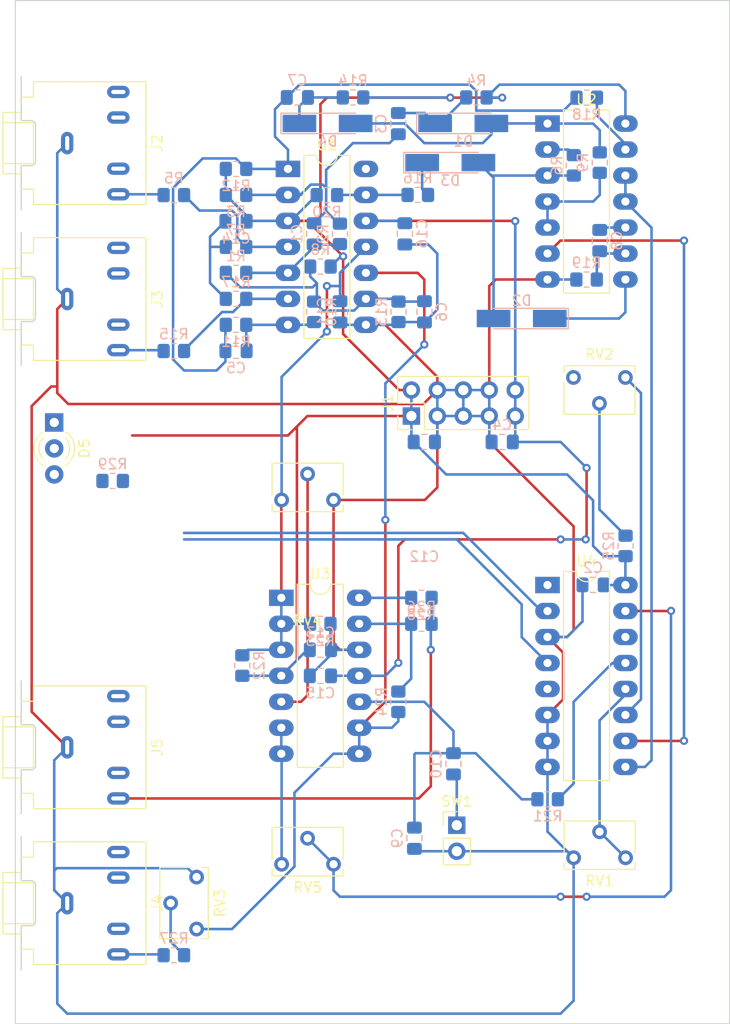
<source format=kicad_pcb>
(kicad_pcb (version 20211014) (generator pcbnew)
  (layers (0 "F.Cu" signal) (31 "B.Cu" signal) (34 "B.Paste" user) (35 "F.Paste" user) (36 "B.SilkS" user "B.Silkscreen") (37 "F.SilkS" user "F.Silkscreen") (38 "B.Mask" user) (39 "F.Mask" user) (44 "Edge.Cuts" user))
  (net 0 "")
  (net 1 "Net-(C1-Pad1)")
  (net 2 "Net-(C1-Pad2)")
  (net 3 "+12V")
  (net 4 "GND")
  (net 5 "Net-(C3-Pad1)")
  (net 6 "-12V")
  (net 7 "Net-(C5-Pad1)")
  (net 8 "Net-(C5-Pad2)")
  (net 9 "/+2v")
  (net 10 "Net-(C7-Pad1)")
  (net 11 "Net-(C8-Pad1)")
  (net 12 "Net-(C8-Pad2)")
  (net 13 "Net-(C10-Pad1)")
  (net 14 "Net-(C10-Pad2)")
  (net 15 "/+10")
  (net 16 "Net-(D1-Pad2)")
  (net 17 "Net-(D2-Pad1)")
  (net 18 "Net-(D2-Pad2)")
  (net 19 "Net-(D3-Pad1)")
  (net 20 "Net-(D5-Pad1)")
  (net 21 "Net-(D5-Pad2)")
  (net 22 "Net-(D5-Pad3)")
  (net 24 "Net-(J2-PadT)")
  (net 26 "Net-(J3-PadT)")
  (net 28 "Net-(J4-PadT)")
  (net 30 "Net-(J5-PadT)")
  (net 32 "Net-(R5-Pad1)")
  (net 33 "Net-(R6-Pad1)")
  (net 34 "Net-(R9-Pad2)")
  (net 35 "Net-(R15-Pad1)")
  (net 36 "Net-(R16-Pad2)")
  (net 37 "Net-(R18-Pad2)")
  (net 38 "Net-(R21-Pad2)")
  (net 39 "Net-(R24-Pad1)")
  (net 40 "Net-(R24-Pad2)")
  (net 41 "Net-(R25-Pad1)")
  (net 42 "Net-(R27-Pad1)")
  (net 43 "Net-(R28-Pad1)")
  (net 44 "Net-(RV1-Pad2)")
  (net 45 "Net-(RV2-Pad1)")
  (net 46 "Net-(RV4-Pad2)")
  (net 47 "Net-(RV5-Pad1)")
  (net 48 "Net-(RV5-Pad2)")
  (net 49 "/A")
  (net 50 "/X")
  (footprint "Connector_PinHeader_2.54mm:PinHeader_1x02_P2.54mm_Vertical" (layer "F.Cu") (at 163.83 94.615)
    (fp_text reference "SW1")
    (fp_text value "Slow/Fast")
  )
  (footprint "Connector_Audio:Jack_3.5mm_CUI_SJ1-3525N_Horizontal" (layer "F.Cu") (at 125.73 86.995 -90)
    (fp_text reference "J5")
    (fp_text value "~Out")
    (fp_line (start -2.2 4.5) (end -6.5 4.5) (layer "Edge.Cuts") (width 0.12))
    (fp_line (start 1.8 3.1) (end -1.8 3.1) (layer "Edge.Cuts") (width 0.12))
    (fp_line (start 2.2 3.5) (end 2.2 4.5) (layer "Edge.Cuts") (width 0.12))
    (fp_line (start 2.2 4.5) (end 6.5 4.5) (layer "Edge.Cuts") (width 0.12))
    (fp_line (start -2.2 3.5) (end -2.2 4.5) (layer "Edge.Cuts") (width 0.12))
    (fp_arc (start 1.8 3.1) (mid 2.082843 3.217157) (end 2.2 3.5) (layer "Edge.Cuts") (width 0.12))
    (fp_arc (start -2.2 3.5) (mid -2.082842 3.217158) (end -1.8 3.1) (layer "Edge.Cuts") (width 0.12))
  )
  (footprint "Potentiometer_THT:Potentiometer_Bourns_3266W_Vertical" (layer "F.Cu") (at 146.7 62.82 180)
    (fp_text reference "RV4")
    (fp_text value "S")
  )
  (footprint "Package_DIP:DIP-16_W7.62mm_LongPads" (layer "F.Cu") (at 172.705 71.135)
    (fp_text reference "U4")
    (fp_text value "4052")
  )
  (footprint "Package_DIP:DIP-14_W7.62mm_LongPads" (layer "F.Cu") (at 172.705 26.03)
    (fp_text reference "U2")
    (fp_text value "4069")
  )
  (footprint "LED_THT:LED_D3.0mm-3" (layer "F.Cu") (at 124.46 55.245 -90)
    (fp_text reference "D5")
    (fp_text value "A/DS")
  )
  (footprint "Connector_Audio:Jack_3.5mm_CUI_SJ1-3525N_Horizontal" (layer "F.Cu") (at 125.73 27.94 -90)
    (fp_text reference "J2")
    (fp_text value "Trig")
    (fp_line (start -2.2 3.5) (end -2.2 4.5) (layer "Edge.Cuts") (width 0.12))
    (fp_line (start 2.2 4.5) (end 6.5 4.5) (layer "Edge.Cuts") (width 0.12))
    (fp_line (start -2.2 4.5) (end -6.5 4.5) (layer "Edge.Cuts") (width 0.12))
    (fp_line (start 1.8 3.1) (end -1.8 3.1) (layer "Edge.Cuts") (width 0.12))
    (fp_line (start 2.2 3.5) (end 2.2 4.5) (layer "Edge.Cuts") (width 0.12))
    (fp_arc (start 1.8 3.1) (mid 2.082843 3.217157) (end 2.2 3.5) (layer "Edge.Cuts") (width 0.12))
    (fp_arc (start -2.2 3.5) (mid -2.082842 3.217158) (end -1.8 3.1) (layer "Edge.Cuts") (width 0.12))
  )
  (footprint "Potentiometer_THT:Potentiometer_Bourns_3266W_Vertical" (layer "F.Cu") (at 138.385 104.76 -90)
    (fp_text reference "RV3")
    (fp_text value "Out")
  )
  (footprint "Connector_PinHeader_2.54mm:PinHeader_2x05_P2.54mm_Vertical" (layer "F.Cu") (at 159.39 54.615 90)
    (fp_text reference "J1")
    (fp_text value "ModularPower")
  )
  (footprint "Connector_Audio:Jack_3.5mm_CUI_SJ1-3525N_Horizontal" (layer "F.Cu") (at 125.73 43.18 -90)
    (fp_text reference "J3")
    (fp_text value "Gate")
    (fp_line (start -2.2 4.5) (end -6.5 4.5) (layer "Edge.Cuts") (width 0.12))
    (fp_line (start -2.2 3.5) (end -2.2 4.5) (layer "Edge.Cuts") (width 0.12))
    (fp_line (start 2.2 3.5) (end 2.2 4.5) (layer "Edge.Cuts") (width 0.12))
    (fp_line (start 2.2 4.5) (end 6.5 4.5) (layer "Edge.Cuts") (width 0.12))
    (fp_line (start 1.8 3.1) (end -1.8 3.1) (layer "Edge.Cuts") (width 0.12))
    (fp_arc (start 1.8 3.1) (mid 2.082843 3.217157) (end 2.2 3.5) (layer "Edge.Cuts") (width 0.12))
    (fp_arc (start -2.2 3.5) (mid -2.082842 3.217158) (end -1.8 3.1) (layer "Edge.Cuts") (width 0.12))
  )
  (footprint "Potentiometer_THT:Potentiometer_Bourns_3266W_Vertical" (layer "F.Cu") (at 175.26 97.79 180)
    (fp_text reference "RV1")
    (fp_text value "R")
  )
  (footprint "Package_DIP:DIP-14_W7.62mm_LongPads" (layer "F.Cu") (at 147.32 30.46)
    (fp_text reference "U1")
    (fp_text value "LM2901")
  )
  (footprint "Package_DIP:DIP-14_W7.62mm_LongPads" (layer "F.Cu") (at 146.67 72.385)
    (fp_text reference "U3")
    (fp_text value "TL084")
  )
  (footprint "Potentiometer_THT:Potentiometer_Bourns_3266W_Vertical" (layer "F.Cu") (at 146.7 98.425 180)
    (fp_text reference "RV5")
    (fp_text value "D")
  )
  (footprint "Potentiometer_THT:Potentiometer_Bourns_3266W_Vertical" (layer "F.Cu") (at 180.325 50.845)
    (fp_text reference "RV2")
    (fp_text value "A")
  )
  (footprint "Connector_Audio:Jack_3.5mm_CUI_SJ1-3525N_Horizontal" (layer "F.Cu") (at 125.73 102.235 -90)
    (fp_text reference "J4")
    (fp_text value "Out")
    (fp_line (start -2.2 4.5) (end -6.5 4.5) (layer "Edge.Cuts") (width 0.12))
    (fp_line (start 2.2 3.5) (end 2.2 4.5) (layer "Edge.Cuts") (width 0.12))
    (fp_line (start 2.2 4.5) (end 6.5 4.5) (layer "Edge.Cuts") (width 0.12))
    (fp_line (start 1.8 3.1) (end -1.8 3.1) (layer "Edge.Cuts") (width 0.12))
    (fp_line (start -2.2 3.5) (end -2.2 4.5) (layer "Edge.Cuts") (width 0.12))
    (fp_arc (start 1.8 3.1) (mid 2.082843 3.217157) (end 2.2 3.5) (layer "Edge.Cuts") (width 0.12))
    (fp_arc (start -2.2 3.5) (mid -2.082842 3.217158) (end -1.8 3.1) (layer "Edge.Cuts") (width 0.12))
  )
  (footprint "Resistor_SMD:R_0805_2012Metric_Pad1.20x1.40mm_HandSolder" (layer "B.Cu") (at 158.115 82.545 -90)
    (fp_text reference "R24")
    (fp_text value "100k")
  )
  (footprint "Diode_SMD:D_MiniMELF_Handsoldering" (layer "B.Cu") (at 164.465 26.015)
    (fp_text reference "D1")
    (fp_text value "D")
  )
  (footprint "Capacitor_SMD:C_0805_2012Metric_Pad1.18x1.45mm_HandSolder" (layer "B.Cu") (at 163.5075 88.6125 -90)
    (fp_text reference "C10")
    (fp_text value "10,0")
  )
  (footprint "Resistor_SMD:R_0805_2012Metric_Pad1.20x1.40mm_HandSolder" (layer "B.Cu") (at 136.16 48.26 180)
    (fp_text reference "R15")
    (fp_text value "1k")
  )
  (footprint "Resistor_SMD:R_0805_2012Metric_Pad1.20x1.40mm_HandSolder" (layer "B.Cu") (at 152.4 36.81 -90)
    (fp_text reference "R2")
    (fp_text value "1m")
  )
  (footprint "Capacitor_SMD:C_0805_2012Metric_Pad1.18x1.45mm_HandSolder" (layer "B.Cu") (at 159.6875 95.885 -90)
    (fp_text reference "C9")
    (fp_text value "1,0")
  )
  (footprint "Diode_SMD:D_MiniMELF_Handsoldering" (layer "B.Cu") (at 163.195 29.845)
    (fp_text reference "D3")
    (fp_text value "D")
  )
  (footprint "Capacitor_SMD:C_0805_2012Metric_Pad1.18x1.45mm_HandSolder" (layer "B.Cu") (at 149.875 36.81 -90)
    (fp_text reference "C1")
    (fp_text value "100")
  )
  (footprint "Resistor_SMD:R_0805_2012Metric_Pad1.20x1.40mm_HandSolder" (layer "B.Cu") (at 158.13 44.43 -90)
    (fp_text reference "R13")
    (fp_text value "2k")
  )
  (footprint "Resistor_SMD:R_0805_2012Metric_Pad1.20x1.40mm_HandSolder" (layer "B.Cu") (at 136.16 107.315 180)
    (fp_text reference "R27")
    (fp_text value "1k")
  )
  (footprint "Resistor_SMD:R_0805_2012Metric_Pad1.20x1.40mm_HandSolder" (layer "B.Cu") (at 160.02 33 180)
    (fp_text reference "R16")
    (fp_text value "5k1")
  )
  (footprint "Capacitor_SMD:C_0805_2012Metric_Pad1.18x1.45mm_HandSolder" (layer "B.Cu") (at 158.75 36.81 90)
    (fp_text reference "C16")
    (fp_text value "0,1")
  )
  (footprint "Resistor_SMD:R_0805_2012Metric_Pad1.20x1.40mm_HandSolder" (layer "B.Cu") (at 130.175 60.96 180)
    (fp_text reference "R29")
    (fp_text value "10k")
  )
  (footprint "Capacitor_SMD:C_0805_2012Metric_Pad1.18x1.45mm_HandSolder" (layer "B.Cu") (at 150.495 77.465 180)
    (fp_text reference "C13")
    (fp_text value "0,1")
  )
  (footprint "Resistor_SMD:R_0805_2012Metric_Pad1.20x1.40mm_HandSolder" (layer "B.Cu") (at 142.24 40.62 180)
    (fp_text reference "R1")
    (fp_text value "20k")
  )
  (footprint "Resistor_SMD:R_0805_2012Metric_Pad1.20x1.40mm_HandSolder" (layer "B.Cu") (at 153.685 23.475 180)
    (fp_text reference "R14")
    (fp_text value "100k")
  )
  (footprint "Resistor_SMD:R_0805_2012Metric_Pad1.20x1.40mm_HandSolder" (layer "B.Cu") (at 136.16 33.02 180)
    (fp_text reference "R5")
    (fp_text value "1k")
  )
  (footprint "Resistor_SMD:R_0805_2012Metric_Pad1.20x1.40mm_HandSolder" (layer "B.Cu") (at 177.815 29.845 -90)
    (fp_text reference "R9")
    (fp_text value "1m")
  )
  (footprint "Resistor_SMD:R_0805_2012Metric_Pad1.20x1.40mm_HandSolder" (layer "B.Cu") (at 150.495 40.005 180)
    (fp_text reference "R8")
    (fp_text value "10k")
  )
  (footprint "Resistor_SMD:R_0805_2012Metric_Pad1.20x1.40mm_HandSolder" (layer "B.Cu") (at 172.72 92.075)
    (fp_text reference "R21")
    (fp_text value "100")
  )
  (footprint "Resistor_SMD:R_0805_2012Metric_Pad1.20x1.40mm_HandSolder" (layer "B.Cu") (at 150.48 74.925)
    (fp_text reference "R23")
    (fp_text value "10k")
  )
  (footprint "Resistor_SMD:R_0805_2012Metric_Pad1.20x1.40mm_HandSolder" (layer "B.Cu") (at 142.24 43.16 180)
    (fp_text reference "R17")
    (fp_text value "100k")
  )
  (footprint "Resistor_SMD:R_0805_2012Metric_Pad1.20x1.40mm_HandSolder" (layer "B.Cu") (at 142.855 79.005 90)
    (fp_text reference "R22")
    (fp_text value "2k")
  )
  (footprint "Resistor_SMD:R_0805_2012Metric_Pad1.20x1.40mm_HandSolder" (layer "B.Cu") (at 142.24 33)
    (fp_text reference "R3")
    (fp_text value "10k")
  )
  (footprint "Capacitor_SMD:C_0805_2012Metric_Pad1.18x1.45mm_HandSolder" (layer "B.Cu") (at 148.24 23.475 180)
    (fp_text reference "C7")
    (fp_text value "0,01")
  )
  (footprint "Resistor_SMD:R_0805_2012Metric_Pad1.20x1.40mm_HandSolder" (layer "B.Cu") (at 160.37 72.385)
    (fp_text reference "R28")
    (fp_text value "1k")
  )
  (footprint "Diode_SMD:D_MiniMELF_Handsoldering" (layer "B.Cu") (at 151.19 26.015)
    (fp_text reference "D4")
    (fp_text value "D")
  )
  (footprint "Resistor_SMD:R_0805_2012Metric_Pad1.20x1.40mm_HandSolder" (layer "B.Cu") (at 175.275 30.115 -90)
    (fp_text reference "R6")
    (fp_text value "1m")
  )
  (footprint "Capacitor_SMD:C_0805_2012Metric_Pad1.18x1.45mm_HandSolder" (layer "B.Cu") (at 160.67 44.43 90)
    (fp_text reference "C6")
    (fp_text value "1,0")
  )
  (footprint "Resistor_SMD:R_0805_2012Metric_Pad1.20x1.40mm_HandSolder" (layer "B.Cu") (at 149.875 44.43 90)
    (fp_text reference "R10")
    (fp_text value "20k")
  )
  (footprint "Capacitor_SMD:C_0805_2012Metric_Pad1.18x1.45mm_HandSolder" (layer "B.Cu") (at 158.115 26.035 -90)
    (fp_text reference "C3")
    (fp_text value "0,1")
  )
  (footprint "Capacitor_SMD:C_0805_2012Metric_Pad1.18x1.45mm_HandSolder" (layer "B.Cu") (at 142.24 48.24)
    (fp_text reference "C5")
    (fp_text value "100")
  )
  (footprint "Resistor_SMD:R_0805_2012Metric_Pad1.20x1.40mm_HandSolder" (layer "B.Cu") (at 142.24 30.46)
    (fp_text reference "R12")
    (fp_text value "10k")
  )
  (footprint "Capacitor_SMD:C_0805_2012Metric_Pad1.18x1.45mm_HandSolder" (layer "B.Cu") (at 168.275 57.15 180)
    (fp_text reference "C4")
    (fp_text value "0,1")
  )
  (footprint "Resistor_SMD:R_0805_2012Metric_Pad1.20x1.40mm_HandSolder" (layer "B.Cu") (at 176.545 23.495)
    (fp_text reference "R18")
    (fp_text value "5k1")
  )
  (footprint "Capacitor_SMD:C_0805_2012Metric_Pad1.18x1.45mm_HandSolder" (layer "B.Cu") (at 177.165 71.12 180)
    (fp_text reference "C2")
    (fp_text value "0,1")
  )
  (footprint "Capacitor_SMD:C_0805_2012Metric_Pad1.18x1.45mm_HandSolder" (layer "B.Cu") (at 160.655 57.15)
    (fp_text reference "C12")
    (fp_text value "0,1")
  )
  (footprint "Resistor_SMD:R_0805_2012Metric_Pad1.20x1.40mm_HandSolder" (layer "B.Cu") (at 160.37 74.925 180)
    (fp_text reference "R26")
    (fp_text value "100k")
  )
  (footprint "Capacitor_SMD:C_0805_2012Metric_Pad1.18x1.45mm_HandSolder" (layer "B.Cu") (at 152.415 44.43 -90)
    (fp_text reference "C11")
    (fp_text value "1,0")
  )
  (footprint "Diode_SMD:D_MiniMELF_Handsoldering" (layer "B.Cu") (at 170.18 45.085 180)
    (fp_text reference "D2")
    (fp_text value "D")
  )
  (footprint "Resistor_SMD:R_0805_2012Metric_Pad1.20x1.40mm_HandSolder" (layer "B.Cu") (at 142.24 45.7)
    (fp_text reference "R11")
    (fp_text value "1m")
  )
  (footprint "Resistor_SMD:R_0805_2012Metric_Pad1.20x1.40mm_HandSolder" (layer "B.Cu") (at 151.13 33.02)
    (fp_text reference "R20")
    (fp_text value "10k")
  )
  (footprint "Resistor_SMD:R_0805_2012Metric_Pad1.20x1.40mm_HandSolder" (layer "B.Cu") (at 165.75 23.475 180)
    (fp_text reference "R4")
    (fp_text value "100k")
  )
  (footprint "Capacitor_SMD:C_0805_2012Metric_Pad1.18x1.45mm_HandSolder" (layer "B.Cu") (at 177.815 37.465 90)
    (fp_text reference "C8")
    (fp_text value "0,01")
  )
  (footprint "Resistor_SMD:R_0805_2012Metric_Pad1.20x1.40mm_HandSolder" (layer "B.Cu") (at 142.24 38.08 180)
    (fp_text reference "R7")
    (fp_text value "100k")
  )
  (footprint "Resistor_SMD:R_0805_2012Metric_Pad1.20x1.40mm_HandSolder" (layer "B.Cu") (at 180.34 67.31 -90)
    (fp_text reference "R25")
    (fp_text value "100")
  )
  (footprint "Resistor_SMD:R_0805_2012Metric_Pad1.20x1.40mm_HandSolder" (layer "B.Cu") (at 176.53 41.275 180)
    (fp_text reference "R19")
    (fp_text value "100k")
  )
  (footprint "Capacitor_SMD:C_0805_2012Metric_Pad1.18x1.45mm_HandSolder" (layer "B.Cu") (at 150.495 80.01)
    (fp_text reference "C15")
    (fp_text value "0,1")
  )
  (footprint "Capacitor_SMD:C_0805_2012Metric_Pad1.18x1.45mm_HandSolder" (layer "B.Cu") (at 142.24 35.58)
    (fp_text reference "C14")
    (fp_text value "0,1")
  )
  (gr_rect (start 120.65 14) (end 190.515 114) (layer "Edge.Cuts") (width 0.1) (fill none))
  (segment (start 148.61 32.926827) (end 149.541827 31.995) (width 0.25) (layer "B.Cu") (net 1))
  (segment (start 148.61 33) (end 148.61 32.926827) (width 0.25) (layer "B.Cu") (net 1))
  (segment (start 157.2475 27.94) (end 158.115 27.0725) (width 0.25) (layer "B.Cu") (net 1))
  (segment (start 152.4 35.81) (end 152.2725 35.81) (width 0.25) (layer "B.Cu") (net 1))
  (segment (start 151.055 32.331827) (end 151.055 34.5925) (width 0.25) (layer "B.Cu") (net 1))
  (segment (start 152.2725 35.81) (end 151.055 34.5925) (width 0.25) (layer "B.Cu") (net 1))
  (segment (start 151.055 32.331827) (end 151.055 30.555) (width 0.25) (layer "B.Cu") (net 1))
  (segment (start 149.541827 31.995) (end 150.718173 31.995) (width 0.25) (layer "B.Cu") (net 1))
  (segment (start 147.32 33) (end 148.61 33) (width 0.25) (layer "B.Cu") (net 1))
  (segment (start 151.055 34.5925) (end 149.875 35.7725) (width 0.25) (layer "B.Cu") (net 1))
  (segment (start 153.67 27.94) (end 157.2475 27.94) (width 0.25) (layer "B.Cu") (net 1))
  (segment (start 143.24 33) (end 147.32 33) (width 0.25) (layer "B.Cu") (net 1))
  (segment (start 150.718173 31.995) (end 151.055 32.331827) (width 0.25) (layer "B.Cu") (net 1))
  (segment (start 151.055 30.555) (end 153.67 27.94) (width 0.25) (layer "B.Cu") (net 1))
  (segment (start 147.32 40.62) (end 149.875 38.065) (width 0.25) (layer "B.Cu") (net 2))
  (segment (start 152.3625 37.8475) (end 152.4 37.81) (width 0.25) (layer "B.Cu") (net 2))
  (segment (start 149.875 38.065) (end 149.875 37.8475) (width 0.25) (layer "B.Cu") (net 2))
  (segment (start 147.32 40.62) (end 143.24 40.62) (width 0.25) (layer "B.Cu") (net 2))
  (segment (start 149.875 37.8475) (end 152.3625 37.8475) (width 0.25) (layer "B.Cu") (net 2))
  (segment (start 149.24445 35.54) (end 152.71395 39.0095) (width 0.25) (layer "F.Cu") (net 3))
  (segment (start 158.187919 52.075) (end 152.71395 46.601031) (width 0.25) (layer "F.Cu") (net 3))
  (segment (start 147.32 35.54) (end 149.88 35.54) (width 0.25) (layer "F.Cu") (net 3))
  (segment (start 149.88 35.54) (end 150.495 34.925) (width 0.25) (layer "F.Cu") (net 3))
  (segment (start 159.39 52.075) (end 158.187919 52.075) (width 0.25) (layer "F.Cu") (net 3))
  (segment (start 146.67 80.005) (end 148.195 78.48) (width 0.25) (layer "F.Cu") (net 3))
  (segment (start 151.13 23.495) (end 163.195 23.495) (width 0.25) (layer "F.Cu") (net 3))
  (segment (start 163.195 23.495) (end 168.275 23.495) (width 0.25) (layer "F.Cu") (net 3))
  (segment (start 149.22 54.615) (end 159.39 54.615) (width 0.25) (layer "F.Cu") (net 3))
  (segment (start 152.71395 46.601031) (end 152.71395 39.0095) (width 0.25) (layer "F.Cu") (net 3))
  (segment (start 148.195 55.64) (end 147.32 56.515) (width 0.25) (layer "F.Cu") (net 3))
  (segment (start 150.495 34.925) (end 150.495 24.13) (width 0.25) (layer "F.Cu") (net 3))
  (segment (start 147.32 35.54) (end 149.24445 35.54) (width 0.25) (layer "F.Cu") (net 3))
  (segment (start 148.195 55.64) (end 149.22 54.615) (width 0.25) (layer "F.Cu") (net 3))
  (segment (start 147.32 56.515) (end 132.08 56.515) (width 0.25) (layer "F.Cu") (net 3))
  (segment (start 150.495 24.13) (end 151.13 23.495) (width 0.25) (layer "F.Cu") (net 3))
  (segment (start 148.195 78.48) (end 148.195 55.64) (width 0.25) (layer "F.Cu") (net 3))
  (via (at 163.195 23.495) (size 0.8) (drill 0.4) (layers "F.Cu" "B.Cu") (net 3))
  (via (at 168.275 23.495) (size 0.8) (drill 0.4) (layers "F.Cu" "B.Cu") (net 3))
  (via (at 152.71395 39.0095) (size 0.8) (drill 0.4) (layers "F.Cu" "B.Cu") (net 3))
  (segment (start 174.625 60.325) (end 177.165 62.865) (width 0.25) (layer "B.Cu") (net 3))
  (segment (start 141.24 30.46) (end 141.24 33) (width 0.25) (layer "B.Cu") (net 3))
  (segment (start 180.325 22.845) (end 180.325 26.03) (width 0.25) (layer "B.Cu") (net 3))
  (segment (start 177.165 62.865) (end 177.165 67.31) (width 0.25) (layer "B.Cu") (net 3))
  (segment (start 159.39 56.9225) (end 159.6175 57.15) (width 0.25) (layer "B.Cu") (net 3))
  (segment (start 180.325 71.135) (end 178.2175 71.135) (width 0.25) (layer "B.Cu") (net 3))
  (segment (start 147.61 35.54) (end 150.13 33.02) (width 0.25) (layer "B.Cu") (net 3))
  (segment (start 141.24 33) (end 143.2775 35.0375) (width 0.25) (layer "B.Cu") (net 3))
  (segment (start 166.75 23.475) (end 168 22.225) (width 0.25) (layer "B.Cu") (net 3))
  (segment (start 163.175 23.475) (end 163.195 23.495) (width 0.25) (layer "B.Cu") (net 3))
  (segment (start 178.2175 71.135) (end 178.2025 71.12) (width 0.25) (layer "B.Cu") (net 3))
  (segment (start 178.165 68.31) (end 177.165 67.31) (width 0.25) (layer "B.Cu") (net 3))
  (segment (start 159.6175 57.15) (end 162.7925 60.325) (width 0.25) (layer "B.Cu") (net 3))
  (segment (start 162.7925 60.325) (end 174.625 60.325) (width 0.25) (layer "B.Cu") (net 3))
  (segment (start 168 22.225) (end 179.705 22.225) (width 0.25) (layer "B.Cu") (net 3))
  (segment (start 168.275 23.495) (end 166.77 23.495) (width 0.25) (layer "B.Cu") (net 3))
  (segment (start 146.67 80.005) (end 149.21 77.465) (width 0.25) (layer "B.Cu") (net 3))
  (segment (start 179.705 22.225) (end 180.325 22.845) (width 0.25) (layer "B.Cu") (net 3))
  (segment (start 154.685 23.475) (end 163.175 23.475) (width 0.25) (layer "B.Cu") (net 3))
  (segment (start 143.2775 35.0375) (end 143.2775 35.58) (width 0.25) (layer "B.Cu") (net 3))
  (segment (start 166.77 23.495) (end 166.75 23.475) (width 0.25) (layer "B.Cu") (net 3))
  (segment (start 180.34 68.31) (end 178.165 68.31) (width 0.25) (layer "B.Cu") (net 3))
  (segment (start 146.67 80.005) (end 142.855 80.005) (width 0.25) (layer "B.Cu") (net 3))
  (segment (start 180.325 71.135) (end 180.325 68.325) (width 0.25) (layer "B.Cu") (net 3))
  (segment (start 152.71395 39.0095) (end 152.4905 39.0095) (width 0.25) (layer "B.Cu") (net 3))
  (segment (start 159.39 54.615) (end 159.39 56.9225) (width 0.25) (layer "B.Cu") (net 3))
  (segment (start 149.21 77.465) (end 149.4575 77.465) (width 0.25) (layer "B.Cu") (net 3))
  (segment (start 159.39 54.615) (end 159.39 52.075) (width 0.25) (layer "B.Cu") (net 3))
  (segment (start 180.325 68.325) (end 180.34 68.31) (width 0.25) (layer "B.Cu") (net 3))
  (segment (start 152.4905 39.0095) (end 151.495 40.005) (width 0.25) (layer "B.Cu") (net 3))
  (segment (start 147.32 35.54) (end 143.3175 35.54) (width 0.25) (layer "B.Cu") (net 3))
  (segment (start 147.32 35.54) (end 147.61 35.54) (width 0.25) (layer "B.Cu") (net 3))
  (segment (start 143.3175 35.54) (end 143.2775 35.58) (width 0.25) (layer "B.Cu") (net 3))
  (segment (start 167.01 52.075) (end 167.01 41.905) (width 0.25) (layer "F.Cu") (net 4))
  (segment (start 125.83 53.44) (end 124.754999 52.364999) (width 0.25) (layer "F.Cu") (net 4))
  (segment (start 161.93 50.805) (end 156.825 45.7) (width 0.25) (layer "F.Cu") (net 4))
  (segment (start 125.73 86.995) (end 122.254999 83.519999) (width 0.25) (layer "F.Cu") (net 4))
  (segment (start 174.23 77.74) (end 172.705 76.215) (width 0.25) (layer "F.Cu") (net 4))
  (segment (start 167.01 41.905) (end 167.645 41.27) (width 0.25) (layer "F.Cu") (net 4))
  (segment (start 175.26 65.405) (end 167.005 57.15) (width 0.25) (layer "F.Cu") (net 4))
  (segment (start 151.78 76.85) (end 152.395 77.465) (width 0.25) (layer "F.Cu") (net 4))
  (segment (start 151.78 62.82) (end 160.7 62.82) (width 0.25) (layer "F.Cu") (net 4))
  (segment (start 167.645 41.27) (end 172.705 41.27) (width 0.25) (layer "F.Cu") (net 4))
  (segment (start 167.01 57.145) (end 167.01 54.615) (width 0.25) (layer "F.Cu") (net 4))
  (segment (start 124.165001 51.729999) (end 124.754999 51.729999) (width 0.25) (layer "F.Cu") (net 4))
  (segment (start 151.78 62.82) (end 151.78 76.85) (width 0.25) (layer "F.Cu") (net 4))
  (segment (start 175.26 75.565) (end 175.26 65.405) (width 0.25) (layer "F.Cu") (net 4))
  (segment (start 172.705 76.215) (end 174.61 76.215) (width 0.25) (layer "F.Cu") (net 4))
  (segment (start 161.93 52.075) (end 160.565 53.44) (width 0.25) (layer "F.Cu") (net 4))
  (segment (start 124.754999 44.155001) (end 125.73 43.18) (width 0.25) (layer "F.Cu") (net 4))
  (segment (start 161.93 52.075) (end 161.93 50.805) (width 0.25) (layer "F.Cu") (net 4))
  (segment (start 122.254999 53.640001) (end 124.165001 51.729999) (width 0.25) (layer "F.Cu") (net 4))
  (segment (start 152.395 77.465) (end 154.29 77.465) (width 0.25) (layer "F.Cu") (net 4))
  (segment (start 172.705 83.835) (end 174.23 82.31) (width 0.25) (layer "F.Cu") (net 4))
  (segment (start 122.254999 83.519999) (end 122.254999 53.640001) (width 0.25) (layer "F.Cu") (net 4))
  (segment (start 167.005 57.15) (end 167.01 57.145) (width 0.25) (layer "F.Cu") (net 4))
  (segment (start 160.7 62.82) (end 161.93 61.59) (width 0.25) (layer "F.Cu") (net 4))
  (segment (start 124.754999 52.364999) (end 124.754999 51.729999) (width 0.25) (layer "F.Cu") (net 4))
  (segment (start 174.61 76.215) (end 175.26 75.565) (width 0.25) (layer "F.Cu") (net 4))
  (segment (start 156.825 45.7) (end 154.94 45.7) (width 0.25) (layer "F.Cu") (net 4))
  (segment (start 124.754999 51.729999) (end 124.754999 44.155001) (width 0.25) (layer "F.Cu") (net 4))
  (segment (start 174.23 82.31) (end 174.23 77.74) (width 0.25) (layer "F.Cu") (net 4))
  (segment (start 160.565 53.44) (end 125.83 53.44) (width 0.25) (layer "F.Cu") (net 4))
  (segment (start 161.93 61.59) (end 161.93 54.615) (width 0.25) (layer "F.Cu") (net 4))
  (segment (start 167.2375 57.15) (end 167.01 56.9225) (width 0.25) (layer "B.Cu") (net 4))
  (segment (start 149.4575 80.01) (end 151.5325 77.935) (width 0.25) (layer "B.Cu") (net 4))
  (segment (start 172.705 86.375) (end 172.705 88.915) (width 0.25) (layer "B.Cu") (net 4))
  (segment (start 157.86 45.7) (end 158.13 45.43) (width 0.25) (layer "B.Cu") (net 4))
  (segment (start 163.83 97.155) (end 159.92 97.155) (width 0.25) (layer "B.Cu") (net 4))
  (segment (start 176.1275 71.12) (end 176.1275 74.6975) (width 0.25) (layer "B.Cu") (net 4))
  (segment (start 174.61 76.215) (end 172.705 76.215) (width 0.25) (layer "B.Cu") (net 4))
  (segment (start 167.01 52.075) (end 167.01 54.615) (width 0.25) (layer "B.Cu") (net 4))
  (segment (start 167.01 54.615) (end 164.47 54.615) (width 0.25) (layer "B.Cu") (net 4))
  (segment (start 158.13 45.43) (end 160.6325 45.43) (width 0.25) (layer "B.Cu") (net 4))
  (segment (start 161.93 52.075) (end 164.47 52.075) (width 0.25) (layer "B.Cu") (net 4))
  (segment (start 154.29 77.465) (end 151.5325 77.465) (width 0.25) (layer "B.Cu") (net 4))
  (segment (start 175.26 97.79) (end 175.26 111.76) (width 0.25) (layer "B.Cu") (net 4))
  (segment (start 172.705 95.235) (end 175.26 97.79) (width 0.25) (layer "B.Cu") (net 4))
  (segment (start 139.7 37.0825) (end 141.2025 35.58) (width 0.25) (layer "B.Cu") (net 4))
  (segment (start 159.92 97.155) (end 159.6875 96.9225) (width 0.25) (layer "B.Cu") (net 4))
  (segment (start 125.73 113.03) (end 124.754999 112.054999) (width 0.25) (layer "B.Cu") (net 4))
  (segment (start 137.515 98.81) (end 124.71 98.81) (width 0.25) (layer "B.Cu") (net 4))
  (segment (start 124.46 88.265) (end 125.73 86.995) (width 0.25) (layer "B.Cu") (net 4))
  (segment (start 175.26 111.76) (end 173.99 113.03) (width 0.25) (layer "B.Cu") (net 4))
  (segment (start 151.48 74.925) (end 151.48 77.4125) (width 0.25) (layer "B.Cu") (net 4))
  (segment (start 154.94 45.7) (end 157.86 45.7) (width 0.25) (layer "B.Cu") (net 4))
  (segment (start 160.67 45.4675) (end 161.925 44.2125) (width 0.25) (layer "B.Cu") (net 4))
  (segment (start 151.48 77.4125) (end 151.5325 77.465) (width 0.25) (layer "B.Cu") (net 4))
  (segment (start 125.73 102.235) (end 124.46 100.965) (width 0.25) (layer "B.Cu") (net 4))
  (segment (start 163.83 97.155) (end 174.625 97.155) (width 0.25) (layer "B.Cu") (net 4))
  (segment (start 161.93 54.615) (end 164.47 54.615) (width 0.25) (layer "B.Cu") (net 4))
  (segment (start 154.94 45.7) (end 152.6475 45.7) (width 0.25) (layer "B.Cu") (net 4))
  (segment (start 141.24 43.16) (end 139.7 41.62) (width 0.25) (layer "B.Cu") (net 4))
  (segment (start 139.72 38.08) (end 139.7 38.1) (width 0.25) (layer "B.Cu") (net 4))
  (segment (start 138.385 99.68) (end 137.515 98.81) (width 0.25) (layer "B.Cu") (net 4))
  (segment (start 173.99 113.03) (end 125.73 113.03) (width 0.25) (layer "B.Cu") (net 4))
  (segment (start 161.93 54.615) (end 161.93 52.075) (width 0.25) (layer "B.Cu") (net 4))
  (segment (start 164.47 52.075) (end 164.47 54.615) (width 0.25) (layer "B.Cu") (net 4))
  (segment (start 161.93 56.9125) (end 161.6925 57.15) (width 0.25) (layer "B.Cu") (net 4))
  (segment (start 124.754999 42.204999) (end 124.754999 28.915001) (width 0.25) (layer "B.Cu") (net 4))
  (segment (start 175.525 41.27) (end 175.53 41.275) (width 0.25) (layer "B.Cu") (net 4))
  (segment (start 141.24 38.08) (end 139.72 38.08) (width 0.25) (layer "B.Cu") (net 4))
  (segment (start 124.754999 112.054999) (end 124.754999 103.210001) (width 0.25) (layer "B.Cu") (net 4))
  (segment (start 172.705 83.835) (end 172.705 86.375) (width 0.25) (layer "B.Cu") (net 4))
  (segment (start 174.625 97.155) (end 175.26 97.79) (width 0.25) (layer "B.Cu") (net 4))
  (segment (start 139.7 41.62) (end 139.7 38.1) (width 0.25) (layer "B.Cu") (net 4))
  (segment (start 124.754999 28.915001) (end 125.73 27.94) (width 0.25) (layer "B.Cu") (net 4))
  (segment (start 152.6475 45.7) (end 152.415 45.4675) (width 0.25) (layer "B.Cu") (net 4))
  (segment (start 125.73 43.18) (end 124.754999 42.204999) (width 0.25) (layer "B.Cu") (net 4))
  (segment (start 124.46 100.965) (end 124.46 88.265) (width 0.25) (layer "B.Cu") (net 4))
  (segment (start 161.925 38.735) (end 161.0375 37.8475) (width 0.25) (layer "B.Cu") (net 4))
  (segment (start 167.01 52.075) (end 164.47 52.075) (width 0.25) (layer "B.Cu") (net 4))
  (segment (start 151.5325 77.935) (end 151.5325 77.465) (width 0.25) (layer "B.Cu") (net 4))
  (segment (start 176.1275 74.6975) (end 174.61 76.215) (width 0.25) (layer "B.Cu") (net 4))
  (segment (start 172.705 41.27) (end 175.525 41.27) (width 0.25) (layer "B.Cu") (net 4))
  (segment (start 124.71 98.81) (end 124.46 99.06) (width 0.25) (layer "B.Cu") (net 4))
  (segment (start 160.6325 45.43) (end 160.67 45.4675) (width 0.25) (layer "B.Cu") (net 4))
  (segment (start 161.925 44.2125) (end 161.925 38.735) (width 0.25) (layer "B.Cu") (net 4))
  (segment (start 124.754999 103.210001) (end 125.73 102.235) (width 0.25) (layer "B.Cu") (net 4))
  (segment (start 172.705 88.915) (end 172.705 95.235) (width 0.25) (layer "B.Cu") (net 4))
  (segment (start 167.01 56.9225) (end 167.01 54.615) (width 0.25) (layer "B.Cu") (net 4))
  (segment (start 161.93 54.615) (end 161.93 56.9125) (width 0.25) (layer "B.Cu") (net 4))
  (segment (start 161.0375 37.8475) (end 158.75 37.8475) (width 0.25) (layer "B.Cu") (net 4))
  (segment (start 139.7 38.1) (end 139.7 37.0825) (width 0.25) (layer "B.Cu") (net 4))
  (segment (start 164.75 23.475) (end 162.21 26.015) (width 0.25) (layer "B.Cu") (net 5))
  (segment (start 158.115 24.9975) (end 160.6975 24.9975) (width 0.25) (layer "B.Cu") (net 5))
  (segment (start 160.6975 24.9975) (end 161.715 26.015) (width 0.25) (layer "B.Cu") (net 5))
  (segment (start 162.21 26.015) (end 161.715 26.015) (width 0.25) (layer "B.Cu") (net 5))
  (segment (start 158.75 66.675) (end 173.99 66.675) (width 0.25) (layer "F.Cu") (net 6))
  (segment (start 158.115 67.31) (end 158.75 66.675) (width 0.25) (layer "F.Cu") (net 6))
  (segment (start 169.545 35.56) (end 169.525 35.54) (width 0.25) (layer "F.Cu") (net 6))
  (segment (start 176.53 66.5855) (end 176.4405 66.675) (width 0.25) (layer "F.Cu") (net 6))
  (segment (start 176.53 59.69) (end 176.53 66.5855) (width 0.25) (layer "F.Cu") (net 6))
  (segment (start 169.525 35.54) (end 154.94 35.54) (width 0.25) (layer "F.Cu") (net 6))
  (segment (start 158.115 78.74) (end 158.115 67.31) (width 0.25) (layer "F.Cu") (net 6))
  (via (at 176.53 59.69) (size 0.8) (drill 0.4) (layers "F.Cu" "B.Cu") (net 6))
  (via (at 158.115 78.74) (size 0.8) (drill 0.4) (layers "F.Cu" "B.Cu") (net 6))
  (via (at 169.545 35.56) (size 0.8) (drill 0.4) (layers "F.Cu" "B.Cu") (net 6))
  (via (at 173.99 66.675) (size 0.8) (drill 0.4) (layers "F.Cu" "B.Cu") (net 6))
  (via (at 176.4405 66.675) (size 0.8) (drill 0.4) (layers "F.Cu" "B.Cu") (net 6))
  (segment (start 169.55 52.075) (end 169.55 35.565) (width 0.25) (layer "B.Cu") (net 6))
  (segment (start 169.55 56.9125) (end 169.3125 57.15) (width 0.25) (layer "B.Cu") (net 6))
  (segment (start 154.94 35.54) (end 158.5175 35.54) (width 0.25) (layer "B.Cu") (net 6))
  (segment (start 158.5175 35.54) (end 158.75 35.7725) (width 0.25) (layer "B.Cu") (net 6))
  (segment (start 169.3125 57.15) (end 173.99 57.15) (width 0.25) (layer "B.Cu") (net 6))
  (segment (start 154.29 80.005) (end 156.85 80.005) (width 0.25) (layer "B.Cu") (net 6))
  (segment (start 173.99 57.15) (end 176.53 59.69) (width 0.25) (layer "B.Cu") (net 6))
  (segment (start 151.5325 80.01) (end 151.5375 80.005) (width 0.25) (layer "B.Cu") (net 6))
  (segment (start 169.55 52.075) (end 169.55 54.615) (width 0.25) (layer "B.Cu") (net 6))
  (segment (start 156.85 80.005) (end 158.115 78.74) (width 0.25) (layer "B.Cu") (net 6))
  (segment (start 169.55 35.565) (end 169.545 35.56) (width 0.25) (layer "B.Cu") (net 6))
  (segment (start 169.55 54.615) (end 169.55 56.9125) (width 0.25) (layer "B.Cu") (net 6))
  (segment (start 173.99 66.675) (end 176.53 66.675) (width 0.25) (layer "B.Cu") (net 6))
  (segment (start 151.5375 80.005) (end 154.29 80.005) (width 0.25) (layer "B.Cu") (net 6))
  (segment (start 146.05 24.6275) (end 147.2025 23.475) (width 0.25) (layer "B.Cu") (net 7))
  (segment (start 136.085 32.331827) (end 136.085 49.09) (width 0.25) (layer "B.Cu") (net 7))
  (segment (start 143.24 30.46) (end 142.215 29.435) (width 0.25) (layer "B.Cu") (net 7))
  (segment (start 165.735 22.846827) (end 165.735 24.765) (width 0.25) (layer "B.Cu") (net 7))
  (segment (start 148.4525 22.225) (end 165.113173 22.225) (width 0.25) (layer "B.Cu") (net 7))
  (segment (start 147.32 28.575) (end 146.05 27.305) (width 0.25) (layer "B.Cu") (net 7))
  (segment (start 141.2025 45.7375) (end 141.24 45.7) (width 0.25) (layer "B.Cu") (net 7))
  (segment (start 141.2025 49.2975) (end 141.2025 48.24) (width 0.25) (layer "B.Cu") (net 7))
  (segment (start 165.735 24.765) (end 174.275 24.765) (width 0.25) (layer "B.Cu") (net 7))
  (segment (start 142.215 29.435) (end 138.981827 29.435) (width 0.25) (layer "B.Cu") (net 7))
  (segment (start 147.32 30.46) (end 147.32 28.575) (width 0.25) (layer "B.Cu") (net 7))
  (segment (start 174.275 24.765) (end 175.545 23.495) (width 0.25) (layer "B.Cu") (net 7))
  (segment (start 147.2025 23.475) (end 148.4525 22.225) (width 0.25) (layer "B.Cu") (net 7))
  (segment (start 146.05 27.305) (end 146.05 24.6275) (width 0.25) (layer "B.Cu") (net 7))
  (segment (start 143.24 30.46) (end 147.32 30.46) (width 0.25) (layer "B.Cu") (net 7))
  (segment (start 165.113173 22.225) (end 165.735 22.846827) (width 0.25) (layer "B.Cu") (net 7))
  (segment (start 140.335 50.165) (end 141.2025 49.2975) (width 0.25) (layer "B.Cu") (net 7))
  (segment (start 136.085 49.09) (end 137.16 50.165) (width 0.25) (layer "B.Cu") (net 7))
  (segment (start 141.2025 48.24) (end 141.2025 45.7375) (width 0.25) (layer "B.Cu") (net 7))
  (segment (start 138.981827 29.435) (end 136.085 32.331827) (width 0.25) (layer "B.Cu") (net 7))
  (segment (start 137.16 50.165) (end 140.335 50.165) (width 0.25) (layer "B.Cu") (net 7))
  (segment (start 147.32 45.7) (end 143.24 45.7) (width 0.25) (layer "B.Cu") (net 8))
  (segment (start 149.605 45.7) (end 149.875 45.43) (width 0.25) (layer "B.Cu") (net 8))
  (segment (start 143.24 45.7) (end 143.24 48.2025) (width 0.25) (layer "B.Cu") (net 8))
  (segment (start 143.24 48.2025) (end 143.2775 48.24) (width 0.25) (layer "B.Cu") (net 8))
  (segment (start 147.32 45.7) (end 149.605 45.7) (width 0.25) (layer "B.Cu") (net 8))
  (segment (start 150.145 41.625) (end 150.145 43.16) (width 0.25) (layer "B.Cu") (net 9))
  (segment (start 153.795 44.305) (end 154.94 43.16) (width 0.25) (layer "B.Cu") (net 9))
  (segment (start 150.145 43.16) (end 149.875 43.43) (width 0.25) (layer "B.Cu") (net 9))
  (segment (start 142.655 42.035) (end 149.735 42.035) (width 0.25) (layer "B.Cu") (net 9))
  (segment (start 157.86 43.16) (end 158.13 43.43) (width 0.25) (layer "B.Cu") (net 9))
  (segment (start 158.13 43.43) (end 160.6325 43.43) (width 0.25) (layer "B.Cu") (net 9))
  (segment (start 141.24 40.62) (end 142.655 42.035) (width 0.25) (layer "B.Cu") (net 9))
  (segment (start 160.6325 43.43) (end 160.67 43.3925) (width 0.25) (layer "B.Cu") (net 9))
  (segment (start 149.735 42.035) (end 150.145 41.625) (width 0.25) (layer "B.Cu") (net 9))
  (segment (start 150.75 44.305) (end 153.795 44.305) (width 0.25) (layer "B.Cu") (net 9))
  (segment (start 149.495 40.005) (end 149.495 40.975) (width 0.25) (layer "B.Cu") (net 9))
  (segment (start 149.875 43.43) (end 150.75 44.305) (width 0.25) (layer "B.Cu") (net 9))
  (segment (start 149.495 40.975) (end 150.145 41.625) (width 0.25) (layer "B.Cu") (net 9))
  (segment (start 154.94 43.16) (end 157.86 43.16) (width 0.25) (layer "B.Cu") (net 9))
  (segment (start 148.44 24.3125) (end 148.44 26.015) (width 0.25) (layer "B.Cu") (net 10))
  (segment (start 149.2775 23.475) (end 148.44 24.3125) (width 0.25) (layer "B.Cu") (net 10))
  (segment (start 149.2775 23.475) (end 152.685 23.475) (width 0.25) (layer "B.Cu") (net 10))
  (segment (start 177.53 38.7875) (end 177.815 38.5025) (width 0.25) (layer "B.Cu") (net 11))
  (segment (start 178.0425 38.73) (end 177.815 38.5025) (width 0.25) (layer "B.Cu") (net 11))
  (segment (start 180.325 38.73) (end 178.0425 38.73) (width 0.25) (layer "B.Cu") (net 11))
  (segment (start 177.53 41.275) (end 177.53 38.7875) (width 0.25) (layer "B.Cu") (net 11))
  (segment (start 178.0525 36.19) (end 177.815 36.4275) (width 0.25) (layer "B.Cu") (net 12))
  (segment (start 180.325 36.19) (end 178.0525 36.19) (width 0.25) (layer "B.Cu") (net 12))
  (segment (start 159.6875 87.6825) (end 159.75 87.62) (width 0.25) (layer "B.Cu") (net 13))
  (segment (start 171.72 92.075) (end 170.18 92.075) (width 0.25) (layer "B.Cu") (net 13))
  (segment (start 163.5075 87.575) (end 159.795 87.575) (width 0.25) (layer "B.Cu") (net 13))
  (segment (start 170.18 92.075) (end 165.68 87.575) (width 0.25) (layer "B.Cu") (net 13))
  (segment (start 159.795 87.575) (end 159.75 87.62) (width 0.25) (layer "B.Cu") (net 13))
  (segment (start 163.5075 85.4025) (end 163.5075 87.575) (width 0.25) (layer "B.Cu") (net 13))
  (segment (start 154.29 82.545) (end 160.65 82.545) (width 0.25) (layer "B.Cu") (net 13))
  (segment (start 160.65 82.545) (end 163.5075 85.4025) (width 0.25) (layer "B.Cu") (net 13))
  (segment (start 159.6875 94.8475) (end 159.6875 87.6825) (width 0.25) (layer "B.Cu") (net 13))
  (segment (start 165.68 87.575) (end 163.5075 87.575) (width 0.25) (layer "B.Cu") (net 13))
  (segment (start 163.83 89.9725) (end 163.83 94.615) (width 0.25) (layer "B.Cu") (net 14))
  (segment (start 163.5075 89.65) (end 163.83 89.9725) (width 0.25) (layer "B.Cu") (net 14))
  (segment (start 146.67 72.385) (end 146.67 62.85) (width 0.25) (layer "F.Cu") (net 15))
  (segment (start 151.13 46.355) (end 151.13 41.91) (width 0.25) (layer "F.Cu") (net 15))
  (segment (start 146.67 62.85) (end 146.7 62.82) (width 0.25) (layer "F.Cu") (net 15))
  (via (at 151.13 46.355) (size 0.8) (drill 0.4) (layers "F.Cu" "B.Cu") (net 15))
  (via (at 151.13 41.91) (size 0.8) (drill 0.4) (layers "F.Cu" "B.Cu") (net 15))
  (segment (start 146.7 50.785) (end 151.13 46.355) (width 0.25) (layer "B.Cu") (net 15))
  (segment (start 151.13 41.91) (end 152.4 41.91) (width 0.25) (layer "B.Cu") (net 15))
  (segment (start 152.415 43.3925) (end 152.415 41.925) (width 0.25) (layer "B.Cu") (net 15))
  (segment (start 146.67 77.465) (end 146.67 74.925) (width 0.25) (layer "B.Cu") (net 15))
  (segment (start 152.4 41.91) (end 152.415 41.925) (width 0.25) (layer "B.Cu") (net 15))
  (segment (start 152.415 41.925) (end 152.415 40.605) (width 0.25) (layer "B.Cu") (net 15))
  (segment (start 152.415 40.605) (end 154.94 38.08) (width 0.25) (layer "B.Cu") (net 15))
  (segment (start 146.7 62.82) (end 146.7 50.785) (width 0.25) (layer "B.Cu") (net 15))
  (segment (start 146.67 77.465) (end 143.395 77.465) (width 0.25) (layer "B.Cu") (net 15))
  (segment (start 143.395 77.465) (end 142.855 78.005) (width 0.25) (layer "B.Cu") (net 15))
  (segment (start 146.67 74.925) (end 149.48 74.925) (width 0.25) (layer "B.Cu") (net 15))
  (segment (start 146.67 72.385) (end 146.67 74.925) (width 0.25) (layer "B.Cu") (net 15))
  (segment (start 160.655 27.94) (end 166.37 27.94) (width 0.25) (layer "B.Cu") (net 16))
  (segment (start 158.73 26.015) (end 160.655 27.94) (width 0.25) (layer "B.Cu") (net 16))
  (segment (start 167.215 26.015) (end 172.69 26.015) (width 0.25) (layer "B.Cu") (net 16))
  (segment (start 177.815 26.685) (end 177.815 28.845) (width 0.25) (layer "B.Cu") (net 16))
  (segment (start 167.215 27.095) (end 167.215 26.015) (width 0.25) (layer "B.Cu") (net 16))
  (segment (start 166.37 27.94) (end 167.215 27.095) (width 0.25) (layer "B.Cu") (net 16))
  (segment (start 177.16 26.03) (end 177.815 26.685) (width 0.25) (layer "B.Cu") (net 16))
  (segment (start 172.705 26.03) (end 177.16 26.03) (width 0.25) (layer "B.Cu") (net 16))
  (segment (start 172.69 26.015) (end 172.705 26.03) (width 0.25) (layer "B.Cu") (net 16))
  (segment (start 153.94 26.015) (end 158.73 26.015) (width 0.25) (layer "B.Cu") (net 16))
  (segment (start 180.325 44.465) (end 180.325 41.27) (width 0.25) (layer "B.Cu") (net 17))
  (segment (start 172.93 45.085) (end 179.705 45.085) (width 0.25) (layer "B.Cu") (net 17))
  (segment (start 179.705 45.085) (end 180.325 44.465) (width 0.25) (layer "B.Cu") (net 17))
  (segment (start 172.705 31.11) (end 175.27 31.11) (width 0.25) (layer "B.Cu") (net 18))
  (segment (start 167.43 31.33) (end 167.11 31.01) (width 0.25) (layer "B.Cu") (net 18))
  (segment (start 167.43 45.085) (end 167.43 31.33) (width 0.25) (layer "B.Cu") (net 18))
  (segment (start 167.11 31.01) (end 165.945 29.845) (width 0.25) (layer "B.Cu") (net 18))
  (segment (start 167.21 31.11) (end 167.11 31.01) (width 0.25) (layer "B.Cu") (net 18))
  (segment (start 172.705 31.11) (end 167.21 31.11) (width 0.25) (layer "B.Cu") (net 18))
  (segment (start 175.27 31.11) (end 175.275 31.115) (width 0.25) (layer "B.Cu") (net 18))
  (segment (start 161.02 33) (end 160.445 32.425) (width 0.25) (layer "B.Cu") (net 19))
  (segment (start 160.445 32.425) (end 160.445 29.845) (width 0.25) (layer "B.Cu") (net 19))
  (segment (start 172.1 73.675) (end 164.465 66.04) (width 0.25) (layer "B.Cu") (net 20))
  (segment (start 164.465 66.04) (end 137.16 66.04) (width 0.25) (layer "B.Cu") (net 20))
  (segment (start 172.705 73.675) (end 172.1 73.675) (width 0.25) (layer "B.Cu") (net 20))
  (segment (start 170.18 73.025) (end 163.83 66.675) (width 0.25) (layer "B.Cu") (net 21))
  (segment (start 170.18 76.23) (end 170.18 73.025) (width 0.25) (layer "B.Cu") (net 21))
  (segment (start 172.705 78.755) (end 170.18 76.23) (width 0.25) (layer "B.Cu") (net 21))
  (segment (start 163.83 66.675) (end 137.16 66.675) (width 0.25) (layer "B.Cu") (net 21))
  (segment (start 135.16 33.02) (end 135.08 32.94) (width 0.25) (layer "B.Cu") (net 24))
  (segment (start 135.08 32.94) (end 130.73 32.94) (width 0.25) (layer "B.Cu") (net 24))
  (segment (start 135.08 48.18) (end 130.73 48.18) (width 0.25) (layer "B.Cu") (net 26))
  (segment (start 135.16 48.26) (end 135.08 48.18) (width 0.25) (layer "B.Cu") (net 26))
  (segment (start 135.08 107.235) (end 130.73 107.235) (width 0.25) (layer "B.Cu") (net 28))
  (segment (start 135.16 107.315) (end 135.08 107.235) (width 0.25) (layer "B.Cu") (net 28))
  (segment (start 130.73 91.995) (end 160.1 91.995) (width 0.25) (layer "F.Cu") (net 30))
  (segment (start 160.1 91.995) (end 161.29 90.805) (width 0.25) (layer "F.Cu") (net 30))
  (segment (start 161.29 90.805) (end 161.29 77.47) (width 0.25) (layer "F.Cu") (net 30))
  (via (at 161.29 77.47) (size 0.8) (drill 0.4) (layers "F.Cu" "B.Cu") (net 30))
  (segment (start 161.29 77.47) (end 161.29 75.005) (width 0.25) (layer "B.Cu") (net 30))
  (segment (start 161.37 72.385) (end 161.37 74.925) (width 0.25) (layer "B.Cu") (net 30))
  (segment (start 161.29 75.005) (end 161.37 74.925) (width 0.25) (layer "B.Cu") (net 30))
  (segment (start 137.16 33.02) (end 138.67 34.53) (width 0.25) (layer "B.Cu") (net 32))
  (segment (start 142.365 35.05) (end 142.365 37.205) (width 0.25) (layer "B.Cu") (net 32))
  (segment (start 143.24 38.08) (end 147.32 38.08) (width 0.25) (layer "B.Cu") (net 32))
  (segment (start 142.365 37.205) (end 143.24 38.08) (width 0.25) (layer "B.Cu") (net 32))
  (segment (start 141.845 34.53) (end 142.365 35.05) (width 0.25) (layer "B.Cu") (net 32))
  (segment (start 138.67 34.53) (end 141.845 34.53) (width 0.25) (layer "B.Cu") (net 32))
  (segment (start 172.705 28.57) (end 174.73 28.57) (width 0.25) (layer "B.Cu") (net 33))
  (segment (start 174.73 28.57) (end 175.275 29.115) (width 0.25) (layer "B.Cu") (net 33))
  (segment (start 177.17 33.65) (end 177.815 33.005) (width 0.25) (layer "B.Cu") (net 34))
  (segment (start 172.705 33.65) (end 177.17 33.65) (width 0.25) (layer "B.Cu") (net 34))
  (segment (start 177.815 33.005) (end 177.815 30.845) (width 0.25) (layer "B.Cu") (net 34))
  (segment (start 172.705 36.19) (end 172.705 33.65) (width 0.25) (layer "B.Cu") (net 34))
  (segment (start 141.95 44.45) (end 143.24 43.16) (width 0.25) (layer "B.Cu") (net 35))
  (segment (start 137.16 48.26) (end 137.16 48.166827) (width 0.25) (layer "B.Cu") (net 35))
  (segment (start 140.876827 44.45) (end 141.95 44.45) (width 0.25) (layer "B.Cu") (net 35))
  (segment (start 147.32 43.16) (end 143.24 43.16) (width 0.25) (layer "B.Cu") (net 35))
  (segment (start 137.16 48.166827) (end 140.876827 44.45) (width 0.25) (layer "B.Cu") (net 35))
  (segment (start 154.94 33) (end 152.15 33) (width 0.25) (layer "B.Cu") (net 36))
  (segment (start 154.94 33) (end 159.02 33) (width 0.25) (layer "B.Cu") (net 36))
  (segment (start 152.15 33) (end 152.13 33.02) (width 0.25) (layer "B.Cu") (net 36))
  (segment (start 177.545 23.495) (end 177.545 25.24099) (width 0.25) (layer "B.Cu") (net 37))
  (segment (start 180.325 28.02099) (end 180.325 28.57) (width 0.25) (layer "B.Cu") (net 37))
  (segment (start 177.545 25.24099) (end 180.325 28.02099) (width 0.25) (layer "B.Cu") (net 37))
  (segment (start 173.72 92.075) (end 175.26 90.535) (width 0.25) (layer "B.Cu") (net 38))
  (segment (start 175.26 82.55) (end 179.055 78.755) (width 0.25) (layer "B.Cu") (net 38))
  (segment (start 179.055 78.755) (end 180.325 78.755) (width 0.25) (layer "B.Cu") (net 38))
  (segment (start 175.26 90.535) (end 175.26 82.55) (width 0.25) (layer "B.Cu") (net 38))
  (segment (start 154.29 74.925) (end 159.37 74.925) (width 0.25) (layer "B.Cu") (net 39))
  (segment (start 159.37 74.925) (end 159.37 80.29) (width 0.25) (layer "B.Cu") (net 39))
  (segment (start 159.37 80.29) (end 158.115 81.545) (width 0.25) (layer "B.Cu") (net 39))
  (segment (start 156.845 82.53) (end 156.845 64.77) (width 0.25) (layer "F.Cu") (net 40))
  (segment (start 160 40.62) (end 154.94 40.62) (width 0.25) (layer "F.Cu") (net 40))
  (segment (start 154.29 85.085) (end 156.845 82.53) (width 0.25) (layer "F.Cu") (net 40))
  (segment (start 160.655 41.275) (end 160 40.62) (width 0.25) (layer "F.Cu") (net 40))
  (segment (start 160.655 47.625) (end 160.655 41.275) (width 0.25) (layer "F.Cu") (net 40))
  (via (at 160.655 47.625) (size 0.8) (drill 0.4) (layers "F.Cu" "B.Cu") (net 40))
  (via (at 156.845 64.77) (size 0.8) (drill 0.4) (layers "F.Cu" "B.Cu") (net 40))
  (segment (start 147.955 91.44) (end 151.77 87.625) (width 0.25) (layer "B.Cu") (net 40))
  (segment (start 156.845 64.77) (end 156.845 51.435) (width 0.25) (layer "B.Cu") (net 40))
  (segment (start 156.845 51.435) (end 160.655 47.625) (width 0.25) (layer "B.Cu") (net 40))
  (segment (start 158.115 84.455) (end 158.115 83.545) (width 0.25) (layer "B.Cu") (net 40))
  (segment (start 141.842854 104.76) (end 147.955 98.647854) (width 0.25) (layer "B.Cu") (net 40))
  (segment (start 154.29 85.085) (end 157.485 85.085) (width 0.25) (layer "B.Cu") (net 40))
  (segment (start 157.485 85.085) (end 158.115 84.455) (width 0.25) (layer "B.Cu") (net 40))
  (segment (start 138.385 104.76) (end 141.842854 104.76) (width 0.25) (layer "B.Cu") (net 40))
  (segment (start 147.955 98.647854) (end 147.955 91.44) (width 0.25) (layer "B.Cu") (net 40))
  (segment (start 151.77 87.625) (end 154.29 87.625) (width 0.25) (layer "B.Cu") (net 40))
  (segment (start 154.29 85.085) (end 154.29 87.625) (width 0.25) (layer "B.Cu") (net 40))
  (segment (start 177.785 63.755) (end 177.785 53.385) (width 0.25) (layer "B.Cu") (net 41))
  (segment (start 180.34 66.31) (end 177.785 63.755) (width 0.25) (layer "B.Cu") (net 41))
  (segment (start 135.845 106) (end 137.16 107.315) (width 0.25) (layer "B.Cu") (net 42))
  (segment (start 135.845 102.22) (end 135.845 106) (width 0.25) (layer "B.Cu") (net 42))
  (segment (start 154.29 72.385) (end 159.37 72.385) (width 0.25) (layer "B.Cu") (net 43))
  (segment (start 180.325 81.84401) (end 180.325 81.295) (width 0.25) (layer "B.Cu") (net 44))
  (segment (start 177.8 95.25) (end 180.34 97.79) (width 0.25) (layer "B.Cu") (net 44))
  (segment (start 177.8 95.25) (end 177.8 84.36901) (width 0.25) (layer "B.Cu") (net 44))
  (segment (start 177.8 84.36901) (end 180.325 81.84401) (width 0.25) (layer "B.Cu") (net 44))
  (segment (start 181.85 52.37) (end 181.85 82.31) (width 0.25) (layer "B.Cu") (net 45))
  (segment (start 181.85 82.31) (end 180.325 83.835) (width 0.25) (layer "B.Cu") (net 45))
  (segment (start 180.325 50.845) (end 181.85 52.37) (width 0.25) (layer "B.Cu") (net 45))
  (segment (start 149.24 81.9) (end 148.595 82.545) (width 0.25) (layer "F.Cu") (net 46))
  (segment (start 149.24 60.28) (end 149.24 81.9) (width 0.25) (layer "F.Cu") (net 46))
  (segment (start 148.595 82.545) (end 146.67 82.545) (width 0.25) (layer "F.Cu") (net 46))
  (segment (start 146.7 87.655) (end 146.67 87.625) (width 0.25) (layer "B.Cu") (net 47))
  (segment (start 146.7 98.425) (end 146.7 87.655) (width 0.25) (layer "B.Cu") (net 47))
  (segment (start 146.67 85.085) (end 146.67 87.625) (width 0.25) (layer "B.Cu") (net 47))
  (segment (start 184.77 73.675) (end 180.325 73.675) (width 0.25) (layer "F.Cu") (net 48))
  (segment (start 184.785 73.66) (end 184.77 73.675) (width 0.25) (layer "F.Cu") (net 48))
  (segment (start 173.99 101.6) (end 176.53 101.6) (width 0.25) (layer "F.Cu") (net 48))
  (via (at 173.99 101.6) (size 0.8) (drill 0.4) (layers "F.Cu" "B.Cu") (net 48))
  (via (at 184.785 73.66) (size 0.8) (drill 0.4) (layers "F.Cu" "B.Cu") (net 48))
  (via (at 176.53 101.6) (size 0.8) (drill 0.4) (layers "F.Cu" "B.Cu") (net 48))
  (segment (start 151.78 100.98) (end 152.4 101.6) (width 0.25) (layer "B.Cu") (net 48))
  (segment (start 184.15 101.6) (end 184.785 100.965) (width 0.25) (layer "B.Cu") (net 48))
  (segment (start 184.785 100.965) (end 184.785 85.09) (width 0.25) (layer "B.Cu") (net 48))
  (segment (start 149.24 95.885) (end 151.78 98.425) (width 0.25) (layer "B.Cu") (net 48))
  (segment (start 184.785 85.09) (end 184.785 73.66) (width 0.25) (layer "B.Cu") (net 48))
  (segment (start 151.78 98.425) (end 151.78 100.98) (width 0.25) (layer "B.Cu") (net 48))
  (segment (start 152.4 101.6) (end 173.99 101.6) (width 0.25) (layer "B.Cu") (net 48))
  (segment (start 176.53 101.6) (end 184.15 101.6) (width 0.25) (layer "B.Cu") (net 48))
  (segment (start 180.325 86.375) (end 186.04 86.375) (width 0.25) (layer "F.Cu") (net 49))
  (segment (start 186.04 86.375) (end 186.055 86.36) (width 0.25) (layer "F.Cu") (net 49))
  (segment (start 186.055 37.465) (end 173.97 37.465) (width 0.25) (layer "F.Cu") (net 49))
  (segment (start 173.97 37.465) (end 172.705 38.73) (width 0.25) (layer "F.Cu") (net 49))
  (via (at 186.055 37.465) (size 0.8) (drill 0.4) (layers "F.Cu" "B.Cu") (net 49))
  (via (at 186.055 86.36) (size 0.8) (drill 0.4) (layers "F.Cu" "B.Cu") (net 49))
  (segment (start 186.055 86.36) (end 186.055 37.465) (width 0.25) (layer "B.Cu") (net 49))
  (segment (start 182.23 88.915) (end 180.325 88.915) (width 0.25) (layer "B.Cu") (net 50))
  (segment (start 180.325 33.65) (end 182.88 36.205) (width 0.25) (layer "B.Cu") (net 50))
  (segment (start 180.325 31.11) (end 180.325 33.65) (width 0.25) (layer "B.Cu") (net 50))
  (segment (start 182.88 88.265) (end 182.23 88.915) (width 0.25) (layer "B.Cu") (net 50))
  (segment (start 182.88 36.205) (end 182.88 88.265) (width 0.25) (layer "B.Cu") (net 50))
)
</source>
